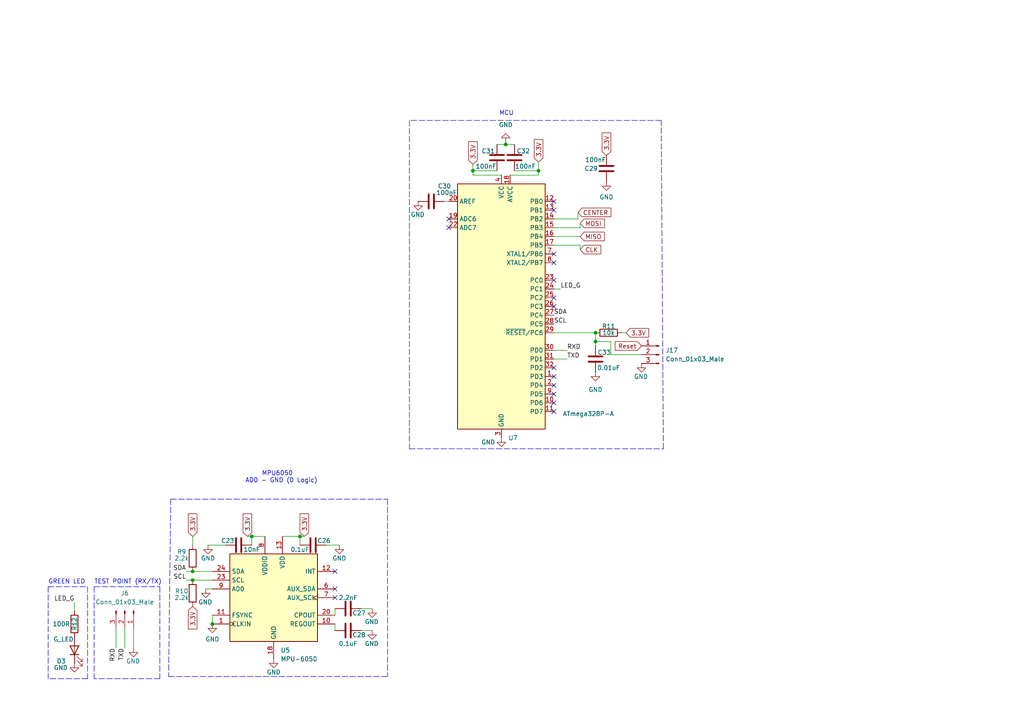
<source format=kicad_sch>
(kicad_sch (version 20211123) (generator eeschema)
  (paper "A4")
  (lib_symbols
    (symbol "Connector:Conn_01x03_Male" (pin_names (offset 1.016) hide)
      (property "Reference" "J" (at 0 5.08 0))
      (property "Value" "Conn_01x03_Male" (at 0 -5.08 0))
      (symbol "Conn_01x03_Male_1_1"
        (polyline (pts (xy 1.27 -2.54) (xy 0.8636 -2.54)) (stroke (width 0.1524)))
        (polyline (pts (xy 1.27 0) (xy 0.8636 0)) (stroke (width 0.1524)))
        (polyline (pts (xy 1.27 2.54) (xy 0.8636 2.54)) (stroke (width 0.1524)))
        (rectangle (start 0.8636 -2.413) (end 0 -2.667) (stroke (width 0.1524)) (fill (type outline)))
        (rectangle (start 0.8636 0.127) (end 0 -0.127) (stroke (width 0.1524)) (fill (type outline)))
        (rectangle (start 0.8636 2.667) (end 0 2.413) (stroke (width 0.1524)) (fill (type outline)))
        (pin passive line (at 5.08 2.54 180) (length 3.81) (name "Pin_1") (number "1"))
        (pin passive line (at 5.08 0 180) (length 3.81) (name "Pin_2") (number "2"))
        (pin passive line (at 5.08 -2.54 180) (length 3.81) (name "Pin_3") (number "3"))
      )
    )
    (symbol "Device:C" (pin_numbers hide) (pin_names (offset 0.254))
      (property "Reference" "C" (at 0.635 2.54 0))
      (property "Value" "C" (at 0.635 -2.54 0))
      (symbol "C_0_1"
        (polyline (pts (xy -2.032 -0.762) (xy 2.032 -0.762)) (stroke (width 0.508)))
        (polyline (pts (xy -2.032 0.762) (xy 2.032 0.762)) (stroke (width 0.508)))
      )
      (symbol "C_1_1"
        (pin passive line (at 0 3.81 270) (length 2.794) (name "~") (number "1"))
        (pin passive line (at 0 -3.81 90) (length 2.794) (name "~") (number "2"))
      )
    )
    (symbol "Device:LED" (pin_numbers hide) (pin_names (offset 1.016) hide)
      (property "Reference" "D" (at 0 2.54 0))
      (property "Value" "LED" (at 0 -2.54 0))
      (symbol "LED_0_1"
        (polyline (pts (xy -1.27 -1.27) (xy -1.27 1.27)) (stroke (width 0.254)))
        (polyline (pts (xy -1.27 0) (xy 1.27 0)))
        (polyline (pts (xy 1.27 -1.27) (xy 1.27 1.27) (xy -1.27 0) (xy 1.27 -1.27)) (stroke (width 0.254)))
        (polyline (pts (xy -3.048 -0.762) (xy -4.572 -2.286) (xy -3.81 -2.286) (xy -4.572 -2.286) (xy -4.572 -1.524)))
        (polyline (pts (xy -1.778 -0.762) (xy -3.302 -2.286) (xy -2.54 -2.286) (xy -3.302 -2.286) (xy -3.302 -1.524)))
      )
      (symbol "LED_1_1"
        (pin passive line (at -3.81 0 0) (length 2.54) (name "K") (number "1"))
        (pin passive line (at 3.81 0 180) (length 2.54) (name "A") (number "2"))
      )
    )
    (symbol "Device:R" (pin_numbers hide) (pin_names (offset 0))
      (property "Reference" "R" (at 2.032 0 90))
      (property "Value" "R" (at 0 0 90))
      (symbol "R_0_1"
        (rectangle (start -1.016 -2.54) (end 1.016 2.54) (stroke (width 0.254)))
      )
      (symbol "R_1_1"
        (pin passive line (at 0 3.81 270) (length 1.27) (name "~") (number "1"))
        (pin passive line (at 0 -3.81 90) (length 1.27) (name "~") (number "2"))
      )
    )
    (symbol "MCU_Microchip_ATmega:ATmega328P-A"
      (property "Reference" "U" (at -12.7 36.83 0))
      (property "Value" "ATmega328P-A" (at 2.54 -36.83 0))
      (symbol "ATmega328P-A_0_1"
        (rectangle (start -12.7 -35.56) (end 12.7 35.56) (stroke (width 0.254)) (fill (type background)))
      )
      (symbol "ATmega328P-A_1_1"
        (pin bidirectional line (at 15.24 -20.32 180) (length 2.54) (name "PD3") (number "1"))
        (pin bidirectional line (at 15.24 -27.94 180) (length 2.54) (name "PD6") (number "10"))
        (pin bidirectional line (at 15.24 -30.48 180) (length 2.54) (name "PD7") (number "11"))
        (pin bidirectional line (at 15.24 30.48 180) (length 2.54) (name "PB0") (number "12"))
        (pin bidirectional line (at 15.24 27.94 180) (length 2.54) (name "PB1") (number "13"))
        (pin bidirectional line (at 15.24 25.4 180) (length 2.54) (name "PB2") (number "14"))
        (pin bidirectional line (at 15.24 22.86 180) (length 2.54) (name "PB3") (number "15"))
        (pin bidirectional line (at 15.24 20.32 180) (length 2.54) (name "PB4") (number "16"))
        (pin bidirectional line (at 15.24 17.78 180) (length 2.54) (name "PB5") (number "17"))
        (pin power_in line (at 2.54 38.1 270) (length 2.54) (name "AVCC") (number "18"))
        (pin input line (at -15.24 25.4 0) (length 2.54) (name "ADC6") (number "19"))
        (pin bidirectional line (at 15.24 -22.86 180) (length 2.54) (name "PD4") (number "2"))
        (pin passive line (at -15.24 30.48 0) (length 2.54) (name "AREF") (number "20"))
        (pin passive line (at 0 -38.1 90) (length 2.54) hide (name "GND") (number "21"))
        (pin input line (at -15.24 22.86 0) (length 2.54) (name "ADC7") (number "22"))
        (pin bidirectional line (at 15.24 7.62 180) (length 2.54) (name "PC0") (number "23"))
        (pin bidirectional line (at 15.24 5.08 180) (length 2.54) (name "PC1") (number "24"))
        (pin bidirectional line (at 15.24 2.54 180) (length 2.54) (name "PC2") (number "25"))
        (pin bidirectional line (at 15.24 0 180) (length 2.54) (name "PC3") (number "26"))
        (pin bidirectional line (at 15.24 -2.54 180) (length 2.54) (name "PC4") (number "27"))
        (pin bidirectional line (at 15.24 -5.08 180) (length 2.54) (name "PC5") (number "28"))
        (pin bidirectional line (at 15.24 -7.62 180) (length 2.54) (name "~{RESET}/PC6") (number "29"))
        (pin power_in line (at 0 -38.1 90) (length 2.54) (name "GND") (number "3"))
        (pin bidirectional line (at 15.24 -12.7 180) (length 2.54) (name "PD0") (number "30"))
        (pin bidirectional line (at 15.24 -15.24 180) (length 2.54) (name "PD1") (number "31"))
        (pin bidirectional line (at 15.24 -17.78 180) (length 2.54) (name "PD2") (number "32"))
        (pin power_in line (at 0 38.1 270) (length 2.54) (name "VCC") (number "4"))
        (pin passive line (at 0 -38.1 90) (length 2.54) hide (name "GND") (number "5"))
        (pin passive line (at 0 38.1 270) (length 2.54) hide (name "VCC") (number "6"))
        (pin bidirectional line (at 15.24 15.24 180) (length 2.54) (name "XTAL1/PB6") (number "7"))
        (pin bidirectional line (at 15.24 12.7 180) (length 2.54) (name "XTAL2/PB7") (number "8"))
        (pin bidirectional line (at 15.24 -25.4 180) (length 2.54) (name "PD5") (number "9"))
      )
    )
    (symbol "Sensor_Motion:MPU-6050"
      (property "Reference" "U" (at -11.43 13.97 0))
      (property "Value" "MPU-6050" (at 7.62 -13.97 0))
      (symbol "MPU-6050_0_1"
        (rectangle (start -12.7 12.7) (end 12.7 -12.7) (stroke (width 0.254)) (fill (type background)))
      )
      (symbol "MPU-6050_1_1"
        (pin input clock (at -17.78 -7.62 0) (length 5.08) (name "CLKIN") (number "1"))
        (pin passive line (at 17.78 -7.62 180) (length 5.08) (name "REGOUT") (number "10"))
        (pin input line (at -17.78 -5.08 0) (length 5.08) (name "FSYNC") (number "11"))
        (pin output line (at 17.78 7.62 180) (length 5.08) (name "INT") (number "12"))
        (pin power_in line (at 2.54 17.78 270) (length 5.08) (name "VDD") (number "13"))
        (pin power_in line (at 0 -17.78 90) (length 5.08) (name "GND") (number "18"))
        (pin passive line (at 17.78 -5.08 180) (length 5.08) (name "CPOUT") (number "20"))
        (pin input line (at -17.78 5.08 0) (length 5.08) (name "SCL") (number "23"))
        (pin bidirectional line (at -17.78 7.62 0) (length 5.08) (name "SDA") (number "24"))
        (pin bidirectional line (at 17.78 2.54 180) (length 5.08) (name "AUX_SDA") (number "6"))
        (pin output clock (at 17.78 0 180) (length 5.08) (name "AUX_SCL") (number "7"))
        (pin power_in line (at -2.54 17.78 270) (length 5.08) (name "VDDIO") (number "8"))
        (pin input line (at -17.78 2.54 0) (length 5.08) (name "AD0") (number "9"))
      )
    )
    (symbol "power:GND" (power) (pin_names (offset 0))
      (property "Value" "GND" (at 0 -3.81 0))
      (symbol "GND_0_1"
        (polyline (pts (xy 0 0) (xy 0 -1.27) (xy 1.27 -1.27) (xy 0 -2.54) (xy -1.27 -1.27) (xy 0 -1.27)))
      )
      (symbol "GND_1_1"
        (pin power_in line (at 0 0 270) (length 0) hide (name "GND") (number "1"))
      )
    )
  )
  (junction (at 55.88 168.275))
  (junction (at 73.025 155.575))
  (junction (at 172.72 99.06))
  (junction (at 146.685 41.91))
  (junction (at 137.16 49.53))
  (junction (at 61.595 180.975))
  (junction (at 55.88 165.735))
  (junction (at 172.72 96.52))
  (junction (at 156.21 49.53))
  (junction (at 86.995 155.575))
  (no_connect (at 160.655 81.28))
  (no_connect (at 160.655 88.9))
  (no_connect (at 160.655 86.36))
  (no_connect (at 160.655 60.96))
  (no_connect (at 160.655 58.42))
  (no_connect (at 160.655 111.76))
  (no_connect (at 160.655 114.3))
  (no_connect (at 160.655 109.22))
  (no_connect (at 160.655 116.84))
  (no_connect (at 130.175 66.04))
  (no_connect (at 97.155 173.355))
  (no_connect (at 97.155 170.815))
  (no_connect (at 160.655 119.38))
  (no_connect (at 97.155 165.735))
  (no_connect (at 160.655 106.68))
  (no_connect (at 160.655 73.66))
  (no_connect (at 160.655 76.2))
  (no_connect (at 130.175 63.5))
  (wire (pts (xy 55.88 168.275) (xy 61.595 168.275)))
  (wire (pts (xy 147.955 50.8) (xy 156.21 50.8)))
  (wire (pts (xy 55.88 165.735) (xy 61.595 165.735)))
  (wire (pts (xy 98.425 158.115) (xy 94.615 158.115)))
  (wire (pts (xy 146.685 41.91) (xy 149.225 41.91)))
  (wire (pts (xy 172.72 99.06) (xy 177.165 99.06)))
  (polyline (pts (xy 48.895 196.215) (xy 112.395 196.215)))
  (polyline (pts (xy 118.745 130.175) (xy 192.405 130.175)))
  (wire (pts (xy 61.595 178.435) (xy 61.595 180.975)))
  (wire (pts (xy 160.655 71.12) (xy 168.275 71.12)))
  (wire (pts (xy 181.61 96.52) (xy 180.34 96.52)))
  (wire (pts (xy 97.155 176.53) (xy 97.155 178.435)))
  (wire (pts (xy 146.685 41.275) (xy 146.685 41.91)))
  (wire (pts (xy 137.16 49.53) (xy 137.16 50.8)))
  (wire (pts (xy 172.72 96.52) (xy 172.72 99.06)))
  (polyline (pts (xy 49.53 144.78) (xy 112.395 144.78)))
  (wire (pts (xy 168.275 66.04) (xy 168.275 64.77)))
  (wire (pts (xy 160.655 68.58) (xy 168.275 68.58)))
  (wire (pts (xy 149.225 49.53) (xy 156.21 49.53)))
  (wire (pts (xy 38.735 182.245) (xy 38.735 187.96)))
  (wire (pts (xy 156.21 49.53) (xy 156.21 46.99)))
  (wire (pts (xy 128.905 58.42) (xy 130.175 58.42)))
  (polyline (pts (xy 192.405 130.175) (xy 191.77 34.925)))
  (wire (pts (xy 172.72 99.06) (xy 172.72 100.33)))
  (wire (pts (xy 160.655 63.5) (xy 167.64 63.5)))
  (polyline (pts (xy 13.97 170.18) (xy 25.4 170.18)))
  (wire (pts (xy 73.025 158.115) (xy 73.025 155.575)))
  (wire (pts (xy 73.025 155.575) (xy 76.835 155.575)))
  (wire (pts (xy 60.325 158.115) (xy 65.405 158.115)))
  (wire (pts (xy 160.655 101.6) (xy 164.465 101.6)))
  (wire (pts (xy 53.975 168.275) (xy 55.88 168.275)))
  (wire (pts (xy 137.16 50.8) (xy 145.415 50.8)))
  (wire (pts (xy 81.915 155.575) (xy 86.995 155.575)))
  (polyline (pts (xy 13.97 170.18) (xy 13.97 196.85)))
  (polyline (pts (xy 46.355 196.85) (xy 27.305 196.85)))
  (wire (pts (xy 21.59 174.625) (xy 21.59 177.165)))
  (polyline (pts (xy 118.745 34.925) (xy 118.745 130.175)))
  (polyline (pts (xy 27.305 170.18) (xy 27.305 196.85)))
  (wire (pts (xy 36.195 182.245) (xy 36.195 187.96)))
  (polyline (pts (xy 25.4 196.85) (xy 13.97 196.85)))
  (wire (pts (xy 55.88 155.575) (xy 55.88 158.115)))
  (wire (pts (xy 137.16 49.53) (xy 144.145 49.53)))
  (wire (pts (xy 107.95 176.53) (xy 104.775 176.53)))
  (wire (pts (xy 107.95 182.88) (xy 104.775 182.88)))
  (wire (pts (xy 160.655 104.14) (xy 164.465 104.14)))
  (wire (pts (xy 160.655 66.04) (xy 168.275 66.04)))
  (wire (pts (xy 144.145 41.91) (xy 146.685 41.91)))
  (wire (pts (xy 71.755 155.575) (xy 73.025 155.575)))
  (wire (pts (xy 33.655 182.245) (xy 33.655 187.96)))
  (wire (pts (xy 59.69 170.815) (xy 61.595 170.815)))
  (wire (pts (xy 177.165 102.87) (xy 186.055 102.87)))
  (wire (pts (xy 86.995 155.575) (xy 86.995 158.115)))
  (wire (pts (xy 177.165 99.06) (xy 177.165 102.87)))
  (polyline (pts (xy 46.355 170.18) (xy 46.355 196.85)))
  (wire (pts (xy 156.21 50.8) (xy 156.21 49.53)))
  (wire (pts (xy 168.275 71.12) (xy 168.275 72.39)))
  (wire (pts (xy 53.975 165.735) (xy 55.88 165.735)))
  (wire (pts (xy 160.655 83.82) (xy 162.56 83.82)))
  (polyline (pts (xy 191.77 34.925) (xy 118.745 34.925)))
  (polyline (pts (xy 27.305 170.18) (xy 46.355 170.18)))
  (polyline (pts (xy 25.4 170.18) (xy 25.4 196.85)))
  (polyline (pts (xy 112.395 144.78) (xy 112.395 196.215)))
  (polyline (pts (xy 49.53 144.78) (xy 48.895 196.215)))
  (wire (pts (xy 167.64 63.5) (xy 167.64 61.595)))
  (wire (pts (xy 160.655 96.52) (xy 172.72 96.52)))
  (wire (pts (xy 88.265 155.575) (xy 86.995 155.575)))
  (wire (pts (xy 137.16 47.625) (xy 137.16 49.53)))
  (wire (pts (xy 97.155 182.88) (xy 97.155 180.975)))
  (text "	MPU6050\nAD0 - GND (0 Logic)\n\n" (at 71.12 142.24 0) (effects (font (size 1.27 1.27)) (justify left bottom)))
  (text "MCU\n" (at 144.78 33.655 0) (effects (font (size 1.27 1.27)) (justify left bottom)))
  (text "TEST POINT (RX/TX)" (at 27.305 169.545 0) (effects (font (size 1.27 1.27)) (justify left bottom)))
  (text "GREEN LED" (at 13.97 169.545 0) (effects (font (size 1.27 1.27)) (justify left bottom)))
  (label "SDA" (at 53.975 165.735 180))
  (label "SCL" (at 53.975 168.275 180))
  (label "TXD" (at 36.195 187.96 270))
  (label "SDA" (at 160.655 91.44 0))
  (label "TXD" (at 164.465 104.14 0))
  (label "LED_G" (at 162.56 83.82 0))
  (label "SCL" (at 160.655 93.98 0))
  (label "RXD" (at 164.465 101.6 0))
  (label "LED_G" (at 21.59 174.625 180))
  (label "RXD" (at 33.655 187.96 270))
  (global_label "CLK" (shape input) (at 168.275 72.39 0) (property "Intersheet References" "${INTERSHEET_REFS}" (effects hide)))
  (global_label "3.3V" (shape input) (at 156.21 46.99 90) (property "Intersheet References" "${INTERSHEET_REFS}" (effects hide)))
  (global_label "MOSI" (shape input) (at 168.275 64.77 0) (property "Intersheet References" "${INTERSHEET_REFS}" (effects hide)))
  (global_label "3.3V" (shape input) (at 137.16 47.625 90) (property "Intersheet References" "${INTERSHEET_REFS}" (effects hide)))
  (global_label "CENTER" (shape input) (at 167.64 61.595 0) (property "Intersheet References" "${INTERSHEET_REFS}" (effects hide)))
  (global_label "3.3V" (shape input) (at 71.755 155.575 90) (property "Intersheet References" "${INTERSHEET_REFS}" (effects hide)))
  (global_label "3.3V" (shape input) (at 55.88 155.575 90) (property "Intersheet References" "${INTERSHEET_REFS}" (effects hide)))
  (global_label "3.3V" (shape input) (at 55.88 175.895 270) (property "Intersheet References" "${INTERSHEET_REFS}" (effects hide)))
  (global_label "3.3V" (shape input) (at 88.265 155.575 90) (property "Intersheet References" "${INTERSHEET_REFS}" (effects hide)))
  (global_label "3.3V" (shape input) (at 181.61 96.52 0) (property "Intersheet References" "${INTERSHEET_REFS}" (effects hide)))
  (global_label "Reset" (shape input) (at 186.055 100.33 180) (property "Intersheet References" "${INTERSHEET_REFS}" (effects hide)))
  (global_label "3.3V" (shape input) (at 175.895 45.085 90) (property "Intersheet References" "${INTERSHEET_REFS}" (effects hide)))
  (global_label "MISO" (shape input) (at 168.275 68.58 0) (property "Intersheet References" "${INTERSHEET_REFS}" (effects hide)))
  (symbol (lib_id "power:GND") (at 59.69 170.815 0) (unit 1)
    (property "Reference" "#PWR042" (effects hide))
    (property "Value" "GND" (at 61.595 174.625 0) (effects (justify right)))
  )
  (symbol (lib_id "power:GND") (at 121.285 58.42 0) (unit 1)
    (property "Reference" "#PWR056" (effects hide))
    (property "Value" "GND" (at 123.19 62.23 0) (effects (justify right)))
  )
  (symbol (lib_id "Device:R") (at 21.59 180.975 0) (unit 1)
    (property "Reference" "R12" (at 21.59 180.975 90))
    (property "Value" "100R" (at 17.78 180.975 0))
    (property "Footprint" "Resistor_SMD:R_0603_1608Metric" (effects hide))
  )
  (symbol (lib_id "MCU_Microchip_ATmega:ATmega328P-A") (at 145.415 88.9 0) (unit 1)
    (property "Reference" "U7" (at 147.4344 127 0) (effects (justify left)))
    (property "Value" "ATmega328P-A" (at 163.195 120.015 0) (effects (justify left)))
    (property "Footprint" "Package_QFP:TQFP-32_7x7mm_P0.8mm" (effects hide))
    (property "Datasheet" "http://ww1.microchip.com/downloads/en/DeviceDoc/ATmega328_P%20AVR%20MCU%20with%20picoPower%20Technology%20Data%20Sheet%2040001984A.pdf" (effects hide))
  )
  (symbol (lib_id "Device:C") (at 144.145 45.72 180) (unit 1)
    (property "Reference" "C31" (at 141.605 43.815 0))
    (property "Value" "100nF" (at 140.97 48.26 0))
    (property "Footprint" "Capacitor_SMD:C_0603_1608Metric" (effects hide))
  )
  (symbol (lib_id "power:GND") (at 107.95 176.53 0) (unit 1)
    (property "Reference" "#PWR054" (effects hide))
    (property "Value" "GND" (at 109.855 180.34 0) (effects (justify right)))
  )
  (symbol (lib_id "Device:C") (at 175.895 48.895 0) (unit 1)
    (property "Reference" "C29" (at 171.45 48.895 0))
    (property "Value" "100nF" (at 172.72 46.355 0))
    (property "Footprint" "Capacitor_SMD:C_0603_1608Metric" (effects hide))
  )
  (symbol (lib_id "power:GND") (at 172.72 107.95 0) (unit 1)
    (property "Reference" "#PWR0102" (effects hide))
    (property "Value" "GND" (at 172.72 113.03 0))
  )
  (symbol (lib_id "power:GND") (at 145.415 127 0) (unit 1)
    (property "Reference" "#PWR058" (effects hide))
    (property "Value" "GND" (at 141.605 128.27 0))
  )
  (symbol (lib_id "Device:R") (at 55.88 161.925 180) (unit 1)
    (property "Reference" "R9" (at 52.705 160.02 0))
    (property "Value" "2.2k" (at 52.705 161.925 0))
    (property "Footprint" "Resistor_SMD:R_0603_1608Metric" (effects hide))
  )
  (symbol (lib_id "power:GND") (at 186.055 105.41 0) (unit 1)
    (property "Reference" "#PWR0108" (effects hide))
    (property "Value" "GND" (at 187.96 109.22 0) (effects (justify right)))
  )
  (symbol (lib_id "Device:C") (at 100.965 182.88 90) (unit 1)
    (property "Reference" "C28" (at 104.14 184.15 90))
    (property "Value" "0.1uF" (at 100.965 186.69 90))
    (property "Footprint" "Capacitor_SMD:C_0603_1608Metric" (effects hide))
  )
  (symbol (lib_id "power:GND") (at 79.375 191.135 0) (unit 1)
    (property "Reference" "#PWR048" (effects hide))
    (property "Value" "GND" (at 79.375 194.945 0))
  )
  (symbol (lib_id "Device:C") (at 100.965 176.53 90) (unit 1)
    (property "Reference" "C27" (at 104.14 177.8 90))
    (property "Value" "2.2nF" (at 100.965 173.355 90))
    (property "Footprint" "Capacitor_SMD:C_0603_1608Metric" (effects hide))
  )
  (symbol (lib_id "power:GND") (at 61.595 180.975 0) (unit 1)
    (property "Reference" "#PWR043" (effects hide))
    (property "Value" "GND" (at 61.595 185.42 0))
  )
  (symbol (lib_id "power:GND") (at 60.325 158.115 0) (unit 1)
    (property "Reference" "#PWR044" (effects hide))
    (property "Value" "GND" (at 60.325 161.925 0))
  )
  (symbol (lib_id "Sensor_Motion:MPU-6050") (at 79.375 173.355 0) (unit 1)
    (property "Reference" "U5" (at 81.3944 188.595 0) (effects (justify left)))
    (property "Value" "MPU-6050" (at 81.3944 191.135 0) (effects (justify left)))
    (property "Footprint" "Sensor_Motion:InvenSense_QFN-24_4x4mm_P0.5mm" (effects hide))
    (property "Datasheet" "https://store.invensense.com/datasheets/invensense/MPU-6050_DataSheet_V3%204.pdf" (effects hide))
  )
  (symbol (lib_id "power:GND") (at 98.425 158.115 0) (unit 1)
    (property "Reference" "#PWR053" (effects hide))
    (property "Value" "GND" (at 98.425 161.925 0))
  )
  (symbol (lib_id "Device:C") (at 149.225 45.72 180) (unit 1)
    (property "Reference" "C32" (at 151.765 43.815 0))
    (property "Value" "100nF" (at 152.4 48.26 0))
    (property "Footprint" "Capacitor_SMD:C_0603_1608Metric" (effects hide))
  )
  (symbol (lib_id "Device:C") (at 69.215 158.115 90) (unit 1)
    (property "Reference" "C23" (at 66.04 156.845 90))
    (property "Value" "10nF" (at 73.025 159.385 90))
    (property "Footprint" "Capacitor_SMD:C_0603_1608Metric" (effects hide))
  )
  (symbol (lib_id "Device:R") (at 55.88 172.085 180) (unit 1)
    (property "Reference" "R10" (at 52.705 171.45 0))
    (property "Value" "2.2k" (at 52.705 173.355 0))
    (property "Footprint" "Resistor_SMD:R_0603_1608Metric" (effects hide))
  )
  (symbol (lib_id "power:GND") (at 175.895 52.705 0) (unit 1)
    (property "Reference" "#PWR057" (effects hide))
    (property "Value" "GND" (at 175.895 57.15 0))
  )
  (symbol (lib_id "Device:C") (at 125.095 58.42 90) (unit 1)
    (property "Reference" "C30" (at 128.905 53.975 90))
    (property "Value" "100nF" (at 129.54 55.88 90))
    (property "Footprint" "Capacitor_SMD:C_0603_1608Metric" (effects hide))
  )
  (symbol (lib_id "Device:LED") (at 21.59 188.595 90) (unit 1)
    (property "Reference" "D3" (at 17.78 191.77 90))
    (property "Value" "G_LED" (at 18.415 185.42 90))
    (property "Footprint" "LED_SMD:LED_0603_1608Metric" (effects hide))
  )
  (symbol (lib_id "Device:C") (at 172.72 104.14 0) (unit 1)
    (property "Reference" "C33" (at 175.26 102.235 0))
    (property "Value" "0.01uF" (at 176.53 106.68 0))
    (property "Footprint" "Capacitor_SMD:C_0603_1608Metric" (effects hide))
  )
  (symbol (lib_id "Device:R") (at 176.53 96.52 90) (unit 1)
    (property "Reference" "R11" (at 176.53 94.615 90))
    (property "Value" "10k" (at 176.53 96.52 90))
    (property "Footprint" "Resistor_SMD:R_0603_1608Metric" (effects hide))
  )
  (symbol (lib_id "power:GND") (at 21.59 192.405 0) (unit 1)
    (property "Reference" "#PWR063" (effects hide))
    (property "Value" "GND" (at 19.685 193.675 0) (effects (justify right)))
  )
  (symbol (lib_id "Connector:Conn_01x03_Male") (at 36.195 177.165 270) (unit 1)
    (property "Reference" "J6" (at 36.195 172.085 90))
    (property "Value" "Conn_01x03_Male" (at 36.195 174.625 90))
    (property "Footprint" "Connector_PinHeader_2.54mm:PinHeader_1x03_P2.54mm_Vertical" (effects hide))
  )
  (symbol (lib_id "Device:C") (at 90.805 158.115 90) (unit 1)
    (property "Reference" "C26" (at 93.98 156.845 90))
    (property "Value" "0.1uF" (at 86.995 159.385 90))
    (property "Footprint" "Capacitor_SMD:C_0603_1608Metric" (effects hide))
  )
  (symbol (lib_id "power:GND") (at 146.685 41.275 180) (unit 1)
    (property "Reference" "#PWR059" (effects hide))
    (property "Value" "GND" (at 146.685 36.195 0))
  )
  (symbol (lib_id "power:GND") (at 107.95 182.88 0) (unit 1)
    (property "Reference" "#PWR055" (effects hide))
    (property "Value" "GND" (at 109.855 186.69 0) (effects (justify right)))
  )
  (symbol (lib_id "power:GND") (at 38.735 187.96 0) (unit 1)
    (property "Reference" "#PWR065" (effects hide))
    (property "Value" "GND" (at 40.64 191.77 0) (effects (justify right)))
  )
  (symbol (lib_id "Connector:Conn_01x03_Male") (at 191.135 102.87 0) (mirror y) (unit 1)
    (property "Reference" "J17" (at 193.04 101.5999 0) (effects (justify right)))
    (property "Value" "Conn_01x03_Male" (at 193.04 104.1399 0) (effects (justify right)))
    (property "Footprint" "Connector_PinHeader_2.54mm:PinHeader_1x03_P2.54mm_Vertical" (effects hide))
  )
)
</source>
